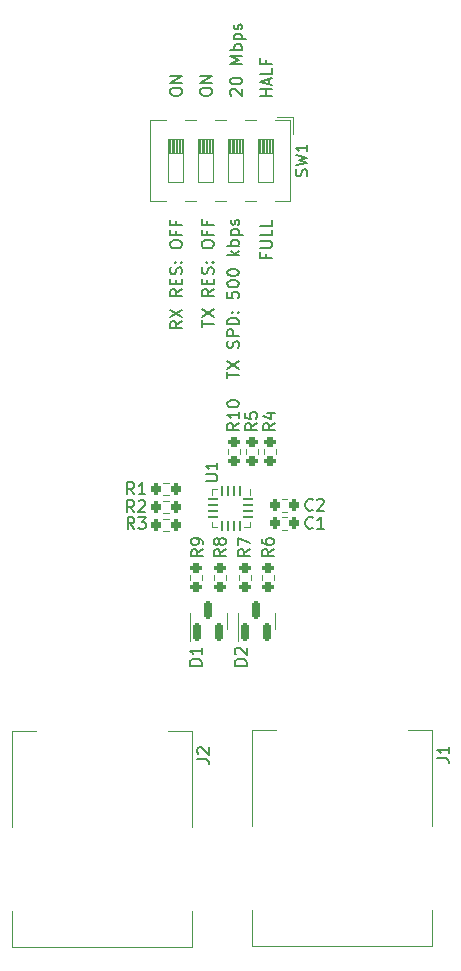
<source format=gto>
G04 #@! TF.GenerationSoftware,KiCad,Pcbnew,(6.0.8-1)-1*
G04 #@! TF.CreationDate,2023-04-13T00:42:49-04:00*
G04 #@! TF.ProjectId,featherwing_rs485,66656174-6865-4727-9769-6e675f727334,1*
G04 #@! TF.SameCoordinates,Original*
G04 #@! TF.FileFunction,Legend,Top*
G04 #@! TF.FilePolarity,Positive*
%FSLAX46Y46*%
G04 Gerber Fmt 4.6, Leading zero omitted, Abs format (unit mm)*
G04 Created by KiCad (PCBNEW (6.0.8-1)-1) date 2023-04-13 00:42:49*
%MOMM*%
%LPD*%
G01*
G04 APERTURE LIST*
G04 Aperture macros list*
%AMRoundRect*
0 Rectangle with rounded corners*
0 $1 Rounding radius*
0 $2 $3 $4 $5 $6 $7 $8 $9 X,Y pos of 4 corners*
0 Add a 4 corners polygon primitive as box body*
4,1,4,$2,$3,$4,$5,$6,$7,$8,$9,$2,$3,0*
0 Add four circle primitives for the rounded corners*
1,1,$1+$1,$2,$3*
1,1,$1+$1,$4,$5*
1,1,$1+$1,$6,$7*
1,1,$1+$1,$8,$9*
0 Add four rect primitives between the rounded corners*
20,1,$1+$1,$2,$3,$4,$5,0*
20,1,$1+$1,$4,$5,$6,$7,0*
20,1,$1+$1,$6,$7,$8,$9,0*
20,1,$1+$1,$8,$9,$2,$3,0*%
G04 Aperture macros list end*
%ADD10C,0.150000*%
%ADD11C,0.120000*%
%ADD12C,3.250000*%
%ADD13R,0.760000X6.350000*%
%ADD14R,2.540000X2.940000*%
%ADD15RoundRect,0.200000X-0.275000X0.200000X-0.275000X-0.200000X0.275000X-0.200000X0.275000X0.200000X0*%
%ADD16C,3.302000*%
%ADD17RoundRect,0.200000X0.200000X0.275000X-0.200000X0.275000X-0.200000X-0.275000X0.200000X-0.275000X0*%
%ADD18RoundRect,0.200000X-0.200000X-0.275000X0.200000X-0.275000X0.200000X0.275000X-0.200000X0.275000X0*%
%ADD19R,1.120000X2.160000*%
%ADD20RoundRect,0.062500X-0.062500X0.325000X-0.062500X-0.325000X0.062500X-0.325000X0.062500X0.325000X0*%
%ADD21RoundRect,0.062500X-0.325000X0.062500X-0.325000X-0.062500X0.325000X-0.062500X0.325000X0.062500X0*%
%ADD22R,1.800000X1.800000*%
%ADD23RoundRect,0.150000X0.150000X-0.587500X0.150000X0.587500X-0.150000X0.587500X-0.150000X-0.587500X0*%
%ADD24RoundRect,0.200000X0.275000X-0.200000X0.275000X0.200000X-0.275000X0.200000X-0.275000X-0.200000X0*%
%ADD25R,1.600000X1.600000*%
%ADD26C,1.600000*%
G04 APERTURE END LIST*
D10*
X77398571Y-75866476D02*
X77398571Y-76199809D01*
X77922380Y-76199809D02*
X76922380Y-76199809D01*
X76922380Y-75723619D01*
X76922380Y-75342666D02*
X77731904Y-75342666D01*
X77827142Y-75295047D01*
X77874761Y-75247428D01*
X77922380Y-75152190D01*
X77922380Y-74961714D01*
X77874761Y-74866476D01*
X77827142Y-74818857D01*
X77731904Y-74771238D01*
X76922380Y-74771238D01*
X77922380Y-73818857D02*
X77922380Y-74295047D01*
X76922380Y-74295047D01*
X77922380Y-73009333D02*
X77922380Y-73485523D01*
X76922380Y-73485523D01*
X74477619Y-62459809D02*
X74430000Y-62412190D01*
X74382380Y-62316952D01*
X74382380Y-62078857D01*
X74430000Y-61983619D01*
X74477619Y-61936000D01*
X74572857Y-61888380D01*
X74668095Y-61888380D01*
X74810952Y-61936000D01*
X75382380Y-62507428D01*
X75382380Y-61888380D01*
X74382380Y-61269333D02*
X74382380Y-61174095D01*
X74430000Y-61078857D01*
X74477619Y-61031238D01*
X74572857Y-60983619D01*
X74763333Y-60936000D01*
X75001428Y-60936000D01*
X75191904Y-60983619D01*
X75287142Y-61031238D01*
X75334761Y-61078857D01*
X75382380Y-61174095D01*
X75382380Y-61269333D01*
X75334761Y-61364571D01*
X75287142Y-61412190D01*
X75191904Y-61459809D01*
X75001428Y-61507428D01*
X74763333Y-61507428D01*
X74572857Y-61459809D01*
X74477619Y-61412190D01*
X74430000Y-61364571D01*
X74382380Y-61269333D01*
X75382380Y-59745523D02*
X74382380Y-59745523D01*
X75096666Y-59412190D01*
X74382380Y-59078857D01*
X75382380Y-59078857D01*
X75382380Y-58602666D02*
X74382380Y-58602666D01*
X74763333Y-58602666D02*
X74715714Y-58507428D01*
X74715714Y-58316952D01*
X74763333Y-58221714D01*
X74810952Y-58174095D01*
X74906190Y-58126476D01*
X75191904Y-58126476D01*
X75287142Y-58174095D01*
X75334761Y-58221714D01*
X75382380Y-58316952D01*
X75382380Y-58507428D01*
X75334761Y-58602666D01*
X74715714Y-57697904D02*
X75715714Y-57697904D01*
X74763333Y-57697904D02*
X74715714Y-57602666D01*
X74715714Y-57412190D01*
X74763333Y-57316952D01*
X74810952Y-57269333D01*
X74906190Y-57221714D01*
X75191904Y-57221714D01*
X75287142Y-57269333D01*
X75334761Y-57316952D01*
X75382380Y-57412190D01*
X75382380Y-57602666D01*
X75334761Y-57697904D01*
X75334761Y-56840761D02*
X75382380Y-56745523D01*
X75382380Y-56555047D01*
X75334761Y-56459809D01*
X75239523Y-56412190D01*
X75191904Y-56412190D01*
X75096666Y-56459809D01*
X75049047Y-56555047D01*
X75049047Y-56697904D01*
X75001428Y-56793142D01*
X74906190Y-56840761D01*
X74858571Y-56840761D01*
X74763333Y-56793142D01*
X74715714Y-56697904D01*
X74715714Y-56555047D01*
X74763333Y-56459809D01*
X71842380Y-62214047D02*
X71842380Y-62023571D01*
X71890000Y-61928333D01*
X71985238Y-61833095D01*
X72175714Y-61785476D01*
X72509047Y-61785476D01*
X72699523Y-61833095D01*
X72794761Y-61928333D01*
X72842380Y-62023571D01*
X72842380Y-62214047D01*
X72794761Y-62309285D01*
X72699523Y-62404523D01*
X72509047Y-62452142D01*
X72175714Y-62452142D01*
X71985238Y-62404523D01*
X71890000Y-62309285D01*
X71842380Y-62214047D01*
X72842380Y-61356904D02*
X71842380Y-61356904D01*
X72842380Y-60785476D01*
X71842380Y-60785476D01*
X74128380Y-86390904D02*
X74128380Y-85819476D01*
X75128380Y-86105190D02*
X74128380Y-86105190D01*
X74128380Y-85581380D02*
X75128380Y-84914714D01*
X74128380Y-84914714D02*
X75128380Y-85581380D01*
X75080761Y-83819476D02*
X75128380Y-83676619D01*
X75128380Y-83438523D01*
X75080761Y-83343285D01*
X75033142Y-83295666D01*
X74937904Y-83248047D01*
X74842666Y-83248047D01*
X74747428Y-83295666D01*
X74699809Y-83343285D01*
X74652190Y-83438523D01*
X74604571Y-83629000D01*
X74556952Y-83724238D01*
X74509333Y-83771857D01*
X74414095Y-83819476D01*
X74318857Y-83819476D01*
X74223619Y-83771857D01*
X74176000Y-83724238D01*
X74128380Y-83629000D01*
X74128380Y-83390904D01*
X74176000Y-83248047D01*
X75128380Y-82819476D02*
X74128380Y-82819476D01*
X74128380Y-82438523D01*
X74176000Y-82343285D01*
X74223619Y-82295666D01*
X74318857Y-82248047D01*
X74461714Y-82248047D01*
X74556952Y-82295666D01*
X74604571Y-82343285D01*
X74652190Y-82438523D01*
X74652190Y-82819476D01*
X75128380Y-81819476D02*
X74128380Y-81819476D01*
X74128380Y-81581380D01*
X74176000Y-81438523D01*
X74271238Y-81343285D01*
X74366476Y-81295666D01*
X74556952Y-81248047D01*
X74699809Y-81248047D01*
X74890285Y-81295666D01*
X74985523Y-81343285D01*
X75080761Y-81438523D01*
X75128380Y-81581380D01*
X75128380Y-81819476D01*
X75033142Y-80819476D02*
X75080761Y-80771857D01*
X75128380Y-80819476D01*
X75080761Y-80867095D01*
X75033142Y-80819476D01*
X75128380Y-80819476D01*
X74509333Y-80819476D02*
X74556952Y-80771857D01*
X74604571Y-80819476D01*
X74556952Y-80867095D01*
X74509333Y-80819476D01*
X74604571Y-80819476D01*
X74128380Y-79105190D02*
X74128380Y-79581380D01*
X74604571Y-79629000D01*
X74556952Y-79581380D01*
X74509333Y-79486142D01*
X74509333Y-79248047D01*
X74556952Y-79152809D01*
X74604571Y-79105190D01*
X74699809Y-79057571D01*
X74937904Y-79057571D01*
X75033142Y-79105190D01*
X75080761Y-79152809D01*
X75128380Y-79248047D01*
X75128380Y-79486142D01*
X75080761Y-79581380D01*
X75033142Y-79629000D01*
X74128380Y-78438523D02*
X74128380Y-78343285D01*
X74176000Y-78248047D01*
X74223619Y-78200428D01*
X74318857Y-78152809D01*
X74509333Y-78105190D01*
X74747428Y-78105190D01*
X74937904Y-78152809D01*
X75033142Y-78200428D01*
X75080761Y-78248047D01*
X75128380Y-78343285D01*
X75128380Y-78438523D01*
X75080761Y-78533761D01*
X75033142Y-78581380D01*
X74937904Y-78629000D01*
X74747428Y-78676619D01*
X74509333Y-78676619D01*
X74318857Y-78629000D01*
X74223619Y-78581380D01*
X74176000Y-78533761D01*
X74128380Y-78438523D01*
X74128380Y-77486142D02*
X74128380Y-77390904D01*
X74176000Y-77295666D01*
X74223619Y-77248047D01*
X74318857Y-77200428D01*
X74509333Y-77152809D01*
X74747428Y-77152809D01*
X74937904Y-77200428D01*
X75033142Y-77248047D01*
X75080761Y-77295666D01*
X75128380Y-77390904D01*
X75128380Y-77486142D01*
X75080761Y-77581380D01*
X75033142Y-77629000D01*
X74937904Y-77676619D01*
X74747428Y-77724238D01*
X74509333Y-77724238D01*
X74318857Y-77676619D01*
X74223619Y-77629000D01*
X74176000Y-77581380D01*
X74128380Y-77486142D01*
X75128380Y-75962333D02*
X74128380Y-75962333D01*
X74747428Y-75867095D02*
X75128380Y-75581380D01*
X74461714Y-75581380D02*
X74842666Y-75962333D01*
X75128380Y-75152809D02*
X74128380Y-75152809D01*
X74509333Y-75152809D02*
X74461714Y-75057571D01*
X74461714Y-74867095D01*
X74509333Y-74771857D01*
X74556952Y-74724238D01*
X74652190Y-74676619D01*
X74937904Y-74676619D01*
X75033142Y-74724238D01*
X75080761Y-74771857D01*
X75128380Y-74867095D01*
X75128380Y-75057571D01*
X75080761Y-75152809D01*
X74461714Y-74248047D02*
X75461714Y-74248047D01*
X74509333Y-74248047D02*
X74461714Y-74152809D01*
X74461714Y-73962333D01*
X74509333Y-73867095D01*
X74556952Y-73819476D01*
X74652190Y-73771857D01*
X74937904Y-73771857D01*
X75033142Y-73819476D01*
X75080761Y-73867095D01*
X75128380Y-73962333D01*
X75128380Y-74152809D01*
X75080761Y-74248047D01*
X75080761Y-73390904D02*
X75128380Y-73295666D01*
X75128380Y-73105190D01*
X75080761Y-73009952D01*
X74985523Y-72962333D01*
X74937904Y-72962333D01*
X74842666Y-73009952D01*
X74795047Y-73105190D01*
X74795047Y-73248047D01*
X74747428Y-73343285D01*
X74652190Y-73390904D01*
X74604571Y-73390904D01*
X74509333Y-73343285D01*
X74461714Y-73248047D01*
X74461714Y-73105190D01*
X74509333Y-73009952D01*
X70302380Y-81573190D02*
X69826190Y-81906523D01*
X70302380Y-82144619D02*
X69302380Y-82144619D01*
X69302380Y-81763666D01*
X69350000Y-81668428D01*
X69397619Y-81620809D01*
X69492857Y-81573190D01*
X69635714Y-81573190D01*
X69730952Y-81620809D01*
X69778571Y-81668428D01*
X69826190Y-81763666D01*
X69826190Y-82144619D01*
X69302380Y-81239857D02*
X70302380Y-80573190D01*
X69302380Y-80573190D02*
X70302380Y-81239857D01*
X70302380Y-78858904D02*
X69826190Y-79192238D01*
X70302380Y-79430333D02*
X69302380Y-79430333D01*
X69302380Y-79049380D01*
X69350000Y-78954142D01*
X69397619Y-78906523D01*
X69492857Y-78858904D01*
X69635714Y-78858904D01*
X69730952Y-78906523D01*
X69778571Y-78954142D01*
X69826190Y-79049380D01*
X69826190Y-79430333D01*
X69778571Y-78430333D02*
X69778571Y-78097000D01*
X70302380Y-77954142D02*
X70302380Y-78430333D01*
X69302380Y-78430333D01*
X69302380Y-77954142D01*
X70254761Y-77573190D02*
X70302380Y-77430333D01*
X70302380Y-77192238D01*
X70254761Y-77097000D01*
X70207142Y-77049380D01*
X70111904Y-77001761D01*
X70016666Y-77001761D01*
X69921428Y-77049380D01*
X69873809Y-77097000D01*
X69826190Y-77192238D01*
X69778571Y-77382714D01*
X69730952Y-77477952D01*
X69683333Y-77525571D01*
X69588095Y-77573190D01*
X69492857Y-77573190D01*
X69397619Y-77525571D01*
X69350000Y-77477952D01*
X69302380Y-77382714D01*
X69302380Y-77144619D01*
X69350000Y-77001761D01*
X70207142Y-76573190D02*
X70254761Y-76525571D01*
X70302380Y-76573190D01*
X70254761Y-76620809D01*
X70207142Y-76573190D01*
X70302380Y-76573190D01*
X69683333Y-76573190D02*
X69730952Y-76525571D01*
X69778571Y-76573190D01*
X69730952Y-76620809D01*
X69683333Y-76573190D01*
X69778571Y-76573190D01*
X69302380Y-75144619D02*
X69302380Y-74954142D01*
X69350000Y-74858904D01*
X69445238Y-74763666D01*
X69635714Y-74716047D01*
X69969047Y-74716047D01*
X70159523Y-74763666D01*
X70254761Y-74858904D01*
X70302380Y-74954142D01*
X70302380Y-75144619D01*
X70254761Y-75239857D01*
X70159523Y-75335095D01*
X69969047Y-75382714D01*
X69635714Y-75382714D01*
X69445238Y-75335095D01*
X69350000Y-75239857D01*
X69302380Y-75144619D01*
X69778571Y-73954142D02*
X69778571Y-74287476D01*
X70302380Y-74287476D02*
X69302380Y-74287476D01*
X69302380Y-73811285D01*
X69778571Y-73097000D02*
X69778571Y-73430333D01*
X70302380Y-73430333D02*
X69302380Y-73430333D01*
X69302380Y-72954142D01*
X71969380Y-82041428D02*
X71969380Y-81470000D01*
X72969380Y-81755714D02*
X71969380Y-81755714D01*
X71969380Y-81231904D02*
X72969380Y-80565238D01*
X71969380Y-80565238D02*
X72969380Y-81231904D01*
X72969380Y-78850952D02*
X72493190Y-79184285D01*
X72969380Y-79422380D02*
X71969380Y-79422380D01*
X71969380Y-79041428D01*
X72017000Y-78946190D01*
X72064619Y-78898571D01*
X72159857Y-78850952D01*
X72302714Y-78850952D01*
X72397952Y-78898571D01*
X72445571Y-78946190D01*
X72493190Y-79041428D01*
X72493190Y-79422380D01*
X72445571Y-78422380D02*
X72445571Y-78089047D01*
X72969380Y-77946190D02*
X72969380Y-78422380D01*
X71969380Y-78422380D01*
X71969380Y-77946190D01*
X72921761Y-77565238D02*
X72969380Y-77422380D01*
X72969380Y-77184285D01*
X72921761Y-77089047D01*
X72874142Y-77041428D01*
X72778904Y-76993809D01*
X72683666Y-76993809D01*
X72588428Y-77041428D01*
X72540809Y-77089047D01*
X72493190Y-77184285D01*
X72445571Y-77374761D01*
X72397952Y-77470000D01*
X72350333Y-77517619D01*
X72255095Y-77565238D01*
X72159857Y-77565238D01*
X72064619Y-77517619D01*
X72017000Y-77470000D01*
X71969380Y-77374761D01*
X71969380Y-77136666D01*
X72017000Y-76993809D01*
X72874142Y-76565238D02*
X72921761Y-76517619D01*
X72969380Y-76565238D01*
X72921761Y-76612857D01*
X72874142Y-76565238D01*
X72969380Y-76565238D01*
X72350333Y-76565238D02*
X72397952Y-76517619D01*
X72445571Y-76565238D01*
X72397952Y-76612857D01*
X72350333Y-76565238D01*
X72445571Y-76565238D01*
X71969380Y-75136666D02*
X71969380Y-74946190D01*
X72017000Y-74850952D01*
X72112238Y-74755714D01*
X72302714Y-74708095D01*
X72636047Y-74708095D01*
X72826523Y-74755714D01*
X72921761Y-74850952D01*
X72969380Y-74946190D01*
X72969380Y-75136666D01*
X72921761Y-75231904D01*
X72826523Y-75327142D01*
X72636047Y-75374761D01*
X72302714Y-75374761D01*
X72112238Y-75327142D01*
X72017000Y-75231904D01*
X71969380Y-75136666D01*
X72445571Y-73946190D02*
X72445571Y-74279523D01*
X72969380Y-74279523D02*
X71969380Y-74279523D01*
X71969380Y-73803333D01*
X72445571Y-73089047D02*
X72445571Y-73422380D01*
X72969380Y-73422380D02*
X71969380Y-73422380D01*
X71969380Y-72946190D01*
X69302380Y-62214047D02*
X69302380Y-62023571D01*
X69350000Y-61928333D01*
X69445238Y-61833095D01*
X69635714Y-61785476D01*
X69969047Y-61785476D01*
X70159523Y-61833095D01*
X70254761Y-61928333D01*
X70302380Y-62023571D01*
X70302380Y-62214047D01*
X70254761Y-62309285D01*
X70159523Y-62404523D01*
X69969047Y-62452142D01*
X69635714Y-62452142D01*
X69445238Y-62404523D01*
X69350000Y-62309285D01*
X69302380Y-62214047D01*
X70302380Y-61356904D02*
X69302380Y-61356904D01*
X70302380Y-60785476D01*
X69302380Y-60785476D01*
X77922380Y-62507619D02*
X76922380Y-62507619D01*
X77398571Y-62507619D02*
X77398571Y-61936190D01*
X77922380Y-61936190D02*
X76922380Y-61936190D01*
X77636666Y-61507619D02*
X77636666Y-61031428D01*
X77922380Y-61602857D02*
X76922380Y-61269523D01*
X77922380Y-60936190D01*
X77922380Y-60126666D02*
X77922380Y-60602857D01*
X76922380Y-60602857D01*
X77398571Y-59460000D02*
X77398571Y-59793333D01*
X77922380Y-59793333D02*
X76922380Y-59793333D01*
X76922380Y-59317142D01*
X91908380Y-118570333D02*
X92622666Y-118570333D01*
X92765523Y-118617952D01*
X92860761Y-118713190D01*
X92908380Y-118856047D01*
X92908380Y-118951285D01*
X92908380Y-117570333D02*
X92908380Y-118141761D01*
X92908380Y-117856047D02*
X91908380Y-117856047D01*
X92051238Y-117951285D01*
X92146476Y-118046523D01*
X92194095Y-118141761D01*
X78049380Y-100877666D02*
X77573190Y-101211000D01*
X78049380Y-101449095D02*
X77049380Y-101449095D01*
X77049380Y-101068142D01*
X77097000Y-100972904D01*
X77144619Y-100925285D01*
X77239857Y-100877666D01*
X77382714Y-100877666D01*
X77477952Y-100925285D01*
X77525571Y-100972904D01*
X77573190Y-101068142D01*
X77573190Y-101449095D01*
X77049380Y-100020523D02*
X77049380Y-100211000D01*
X77097000Y-100306238D01*
X77144619Y-100353857D01*
X77287476Y-100449095D01*
X77477952Y-100496714D01*
X77858904Y-100496714D01*
X77954142Y-100449095D01*
X78001761Y-100401476D01*
X78049380Y-100306238D01*
X78049380Y-100115761D01*
X78001761Y-100020523D01*
X77954142Y-99972904D01*
X77858904Y-99925285D01*
X77620809Y-99925285D01*
X77525571Y-99972904D01*
X77477952Y-100020523D01*
X77430333Y-100115761D01*
X77430333Y-100306238D01*
X77477952Y-100401476D01*
X77525571Y-100449095D01*
X77620809Y-100496714D01*
X75128380Y-90177857D02*
X74652190Y-90511190D01*
X75128380Y-90749285D02*
X74128380Y-90749285D01*
X74128380Y-90368333D01*
X74176000Y-90273095D01*
X74223619Y-90225476D01*
X74318857Y-90177857D01*
X74461714Y-90177857D01*
X74556952Y-90225476D01*
X74604571Y-90273095D01*
X74652190Y-90368333D01*
X74652190Y-90749285D01*
X75128380Y-89225476D02*
X75128380Y-89796904D01*
X75128380Y-89511190D02*
X74128380Y-89511190D01*
X74271238Y-89606428D01*
X74366476Y-89701666D01*
X74414095Y-89796904D01*
X74128380Y-88606428D02*
X74128380Y-88511190D01*
X74176000Y-88415952D01*
X74223619Y-88368333D01*
X74318857Y-88320714D01*
X74509333Y-88273095D01*
X74747428Y-88273095D01*
X74937904Y-88320714D01*
X75033142Y-88368333D01*
X75080761Y-88415952D01*
X75128380Y-88511190D01*
X75128380Y-88606428D01*
X75080761Y-88701666D01*
X75033142Y-88749285D01*
X74937904Y-88796904D01*
X74747428Y-88844523D01*
X74509333Y-88844523D01*
X74318857Y-88796904D01*
X74223619Y-88749285D01*
X74176000Y-88701666D01*
X74128380Y-88606428D01*
X66254333Y-97729380D02*
X65921000Y-97253190D01*
X65682904Y-97729380D02*
X65682904Y-96729380D01*
X66063857Y-96729380D01*
X66159095Y-96777000D01*
X66206714Y-96824619D01*
X66254333Y-96919857D01*
X66254333Y-97062714D01*
X66206714Y-97157952D01*
X66159095Y-97205571D01*
X66063857Y-97253190D01*
X65682904Y-97253190D01*
X66635285Y-96824619D02*
X66682904Y-96777000D01*
X66778142Y-96729380D01*
X67016238Y-96729380D01*
X67111476Y-96777000D01*
X67159095Y-96824619D01*
X67206714Y-96919857D01*
X67206714Y-97015095D01*
X67159095Y-97157952D01*
X66587666Y-97729380D01*
X67206714Y-97729380D01*
X72080380Y-100882666D02*
X71604190Y-101216000D01*
X72080380Y-101454095D02*
X71080380Y-101454095D01*
X71080380Y-101073142D01*
X71128000Y-100977904D01*
X71175619Y-100930285D01*
X71270857Y-100882666D01*
X71413714Y-100882666D01*
X71508952Y-100930285D01*
X71556571Y-100977904D01*
X71604190Y-101073142D01*
X71604190Y-101454095D01*
X72080380Y-100406476D02*
X72080380Y-100216000D01*
X72032761Y-100120761D01*
X71985142Y-100073142D01*
X71842285Y-99977904D01*
X71651809Y-99930285D01*
X71270857Y-99930285D01*
X71175619Y-99977904D01*
X71128000Y-100025523D01*
X71080380Y-100120761D01*
X71080380Y-100311238D01*
X71128000Y-100406476D01*
X71175619Y-100454095D01*
X71270857Y-100501714D01*
X71508952Y-100501714D01*
X71604190Y-100454095D01*
X71651809Y-100406476D01*
X71699428Y-100311238D01*
X71699428Y-100120761D01*
X71651809Y-100025523D01*
X71604190Y-99977904D01*
X71508952Y-99930285D01*
X76652380Y-90209666D02*
X76176190Y-90543000D01*
X76652380Y-90781095D02*
X75652380Y-90781095D01*
X75652380Y-90400142D01*
X75700000Y-90304904D01*
X75747619Y-90257285D01*
X75842857Y-90209666D01*
X75985714Y-90209666D01*
X76080952Y-90257285D01*
X76128571Y-90304904D01*
X76176190Y-90400142D01*
X76176190Y-90781095D01*
X75652380Y-89304904D02*
X75652380Y-89781095D01*
X76128571Y-89828714D01*
X76080952Y-89781095D01*
X76033333Y-89685857D01*
X76033333Y-89447761D01*
X76080952Y-89352523D01*
X76128571Y-89304904D01*
X76223809Y-89257285D01*
X76461904Y-89257285D01*
X76557142Y-89304904D01*
X76604761Y-89352523D01*
X76652380Y-89447761D01*
X76652380Y-89685857D01*
X76604761Y-89781095D01*
X76557142Y-89828714D01*
X73985380Y-100882666D02*
X73509190Y-101216000D01*
X73985380Y-101454095D02*
X72985380Y-101454095D01*
X72985380Y-101073142D01*
X73033000Y-100977904D01*
X73080619Y-100930285D01*
X73175857Y-100882666D01*
X73318714Y-100882666D01*
X73413952Y-100930285D01*
X73461571Y-100977904D01*
X73509190Y-101073142D01*
X73509190Y-101454095D01*
X73413952Y-100311238D02*
X73366333Y-100406476D01*
X73318714Y-100454095D01*
X73223476Y-100501714D01*
X73175857Y-100501714D01*
X73080619Y-100454095D01*
X73033000Y-100406476D01*
X72985380Y-100311238D01*
X72985380Y-100120761D01*
X73033000Y-100025523D01*
X73080619Y-99977904D01*
X73175857Y-99930285D01*
X73223476Y-99930285D01*
X73318714Y-99977904D01*
X73366333Y-100025523D01*
X73413952Y-100120761D01*
X73413952Y-100311238D01*
X73461571Y-100406476D01*
X73509190Y-100454095D01*
X73604428Y-100501714D01*
X73794904Y-100501714D01*
X73890142Y-100454095D01*
X73937761Y-100406476D01*
X73985380Y-100311238D01*
X73985380Y-100120761D01*
X73937761Y-100025523D01*
X73890142Y-99977904D01*
X73794904Y-99930285D01*
X73604428Y-99930285D01*
X73509190Y-99977904D01*
X73461571Y-100025523D01*
X73413952Y-100120761D01*
X76017380Y-100877666D02*
X75541190Y-101211000D01*
X76017380Y-101449095D02*
X75017380Y-101449095D01*
X75017380Y-101068142D01*
X75065000Y-100972904D01*
X75112619Y-100925285D01*
X75207857Y-100877666D01*
X75350714Y-100877666D01*
X75445952Y-100925285D01*
X75493571Y-100972904D01*
X75541190Y-101068142D01*
X75541190Y-101449095D01*
X75017380Y-100544333D02*
X75017380Y-99877666D01*
X76017380Y-100306238D01*
X81367333Y-97512142D02*
X81319714Y-97559761D01*
X81176857Y-97607380D01*
X81081619Y-97607380D01*
X80938761Y-97559761D01*
X80843523Y-97464523D01*
X80795904Y-97369285D01*
X80748285Y-97178809D01*
X80748285Y-97035952D01*
X80795904Y-96845476D01*
X80843523Y-96750238D01*
X80938761Y-96655000D01*
X81081619Y-96607380D01*
X81176857Y-96607380D01*
X81319714Y-96655000D01*
X81367333Y-96702619D01*
X81748285Y-96702619D02*
X81795904Y-96655000D01*
X81891142Y-96607380D01*
X82129238Y-96607380D01*
X82224476Y-96655000D01*
X82272095Y-96702619D01*
X82319714Y-96797857D01*
X82319714Y-96893095D01*
X82272095Y-97035952D01*
X81700666Y-97607380D01*
X82319714Y-97607380D01*
X66254333Y-96205380D02*
X65921000Y-95729190D01*
X65682904Y-96205380D02*
X65682904Y-95205380D01*
X66063857Y-95205380D01*
X66159095Y-95253000D01*
X66206714Y-95300619D01*
X66254333Y-95395857D01*
X66254333Y-95538714D01*
X66206714Y-95633952D01*
X66159095Y-95681571D01*
X66063857Y-95729190D01*
X65682904Y-95729190D01*
X67206714Y-96205380D02*
X66635285Y-96205380D01*
X66921000Y-96205380D02*
X66921000Y-95205380D01*
X66825761Y-95348238D01*
X66730523Y-95443476D01*
X66635285Y-95491095D01*
X80877261Y-69278333D02*
X80924880Y-69135476D01*
X80924880Y-68897380D01*
X80877261Y-68802142D01*
X80829642Y-68754523D01*
X80734404Y-68706904D01*
X80639166Y-68706904D01*
X80543928Y-68754523D01*
X80496309Y-68802142D01*
X80448690Y-68897380D01*
X80401071Y-69087857D01*
X80353452Y-69183095D01*
X80305833Y-69230714D01*
X80210595Y-69278333D01*
X80115357Y-69278333D01*
X80020119Y-69230714D01*
X79972500Y-69183095D01*
X79924880Y-69087857D01*
X79924880Y-68849761D01*
X79972500Y-68706904D01*
X79924880Y-68373571D02*
X80924880Y-68135476D01*
X80210595Y-67945000D01*
X80924880Y-67754523D01*
X79924880Y-67516428D01*
X80924880Y-66611666D02*
X80924880Y-67183095D01*
X80924880Y-66897380D02*
X79924880Y-66897380D01*
X80067738Y-66992619D01*
X80162976Y-67087857D01*
X80210595Y-67183095D01*
X72299580Y-95097504D02*
X73109104Y-95097504D01*
X73204342Y-95049885D01*
X73251961Y-95002266D01*
X73299580Y-94907028D01*
X73299580Y-94716552D01*
X73251961Y-94621314D01*
X73204342Y-94573695D01*
X73109104Y-94526076D01*
X72299580Y-94526076D01*
X73299580Y-93526076D02*
X73299580Y-94097504D01*
X73299580Y-93811790D02*
X72299580Y-93811790D01*
X72442438Y-93907028D01*
X72537676Y-94002266D01*
X72585295Y-94097504D01*
X75763380Y-110720095D02*
X74763380Y-110720095D01*
X74763380Y-110482000D01*
X74811000Y-110339142D01*
X74906238Y-110243904D01*
X75001476Y-110196285D01*
X75191952Y-110148666D01*
X75334809Y-110148666D01*
X75525285Y-110196285D01*
X75620523Y-110243904D01*
X75715761Y-110339142D01*
X75763380Y-110482000D01*
X75763380Y-110720095D01*
X74858619Y-109767714D02*
X74811000Y-109720095D01*
X74763380Y-109624857D01*
X74763380Y-109386761D01*
X74811000Y-109291523D01*
X74858619Y-109243904D01*
X74953857Y-109196285D01*
X75049095Y-109196285D01*
X75191952Y-109243904D01*
X75763380Y-109815333D01*
X75763380Y-109196285D01*
X78176380Y-90209666D02*
X77700190Y-90543000D01*
X78176380Y-90781095D02*
X77176380Y-90781095D01*
X77176380Y-90400142D01*
X77224000Y-90304904D01*
X77271619Y-90257285D01*
X77366857Y-90209666D01*
X77509714Y-90209666D01*
X77604952Y-90257285D01*
X77652571Y-90304904D01*
X77700190Y-90400142D01*
X77700190Y-90781095D01*
X77509714Y-89352523D02*
X78176380Y-89352523D01*
X77128761Y-89590619D02*
X77843047Y-89828714D01*
X77843047Y-89209666D01*
X66264333Y-99151380D02*
X65931000Y-98675190D01*
X65692904Y-99151380D02*
X65692904Y-98151380D01*
X66073857Y-98151380D01*
X66169095Y-98199000D01*
X66216714Y-98246619D01*
X66264333Y-98341857D01*
X66264333Y-98484714D01*
X66216714Y-98579952D01*
X66169095Y-98627571D01*
X66073857Y-98675190D01*
X65692904Y-98675190D01*
X66597666Y-98151380D02*
X67216714Y-98151380D01*
X66883380Y-98532333D01*
X67026238Y-98532333D01*
X67121476Y-98579952D01*
X67169095Y-98627571D01*
X67216714Y-98722809D01*
X67216714Y-98960904D01*
X67169095Y-99056142D01*
X67121476Y-99103761D01*
X67026238Y-99151380D01*
X66740523Y-99151380D01*
X66645285Y-99103761D01*
X66597666Y-99056142D01*
X71588380Y-118636333D02*
X72302666Y-118636333D01*
X72445523Y-118683952D01*
X72540761Y-118779190D01*
X72588380Y-118922047D01*
X72588380Y-119017285D01*
X71683619Y-118207761D02*
X71636000Y-118160142D01*
X71588380Y-118064904D01*
X71588380Y-117826809D01*
X71636000Y-117731571D01*
X71683619Y-117683952D01*
X71778857Y-117636333D01*
X71874095Y-117636333D01*
X72016952Y-117683952D01*
X72588380Y-118255380D01*
X72588380Y-117636333D01*
X71953380Y-110720095D02*
X70953380Y-110720095D01*
X70953380Y-110482000D01*
X71001000Y-110339142D01*
X71096238Y-110243904D01*
X71191476Y-110196285D01*
X71381952Y-110148666D01*
X71524809Y-110148666D01*
X71715285Y-110196285D01*
X71810523Y-110243904D01*
X71905761Y-110339142D01*
X71953380Y-110482000D01*
X71953380Y-110720095D01*
X71953380Y-109196285D02*
X71953380Y-109767714D01*
X71953380Y-109482000D02*
X70953380Y-109482000D01*
X71096238Y-109577238D01*
X71191476Y-109672476D01*
X71239095Y-109767714D01*
X81367333Y-99036142D02*
X81319714Y-99083761D01*
X81176857Y-99131380D01*
X81081619Y-99131380D01*
X80938761Y-99083761D01*
X80843523Y-98988523D01*
X80795904Y-98893285D01*
X80748285Y-98702809D01*
X80748285Y-98559952D01*
X80795904Y-98369476D01*
X80843523Y-98274238D01*
X80938761Y-98179000D01*
X81081619Y-98131380D01*
X81176857Y-98131380D01*
X81319714Y-98179000D01*
X81367333Y-98226619D01*
X82319714Y-99131380D02*
X81748285Y-99131380D01*
X82034000Y-99131380D02*
X82034000Y-98131380D01*
X81938761Y-98274238D01*
X81843523Y-98369476D01*
X81748285Y-98417095D01*
D11*
X76200000Y-116205000D02*
X76200000Y-124333000D01*
X78232000Y-116205000D02*
X76200000Y-116205000D01*
X91440000Y-124333000D02*
X91440000Y-116205000D01*
X76200000Y-134493000D02*
X91440000Y-134493000D01*
X91440000Y-134493000D02*
X91440000Y-131445000D01*
X76200000Y-134493000D02*
X76200000Y-131445000D01*
X91440000Y-116205000D02*
X89408000Y-116205000D01*
X77074500Y-103008742D02*
X77074500Y-103483258D01*
X78119500Y-103008742D02*
X78119500Y-103483258D01*
X75198500Y-92340742D02*
X75198500Y-92815258D01*
X74153500Y-92340742D02*
X74153500Y-92815258D01*
X69198258Y-96754500D02*
X68723742Y-96754500D01*
X69198258Y-97799500D02*
X68723742Y-97799500D01*
X72023500Y-103013742D02*
X72023500Y-103488258D01*
X70978500Y-103013742D02*
X70978500Y-103488258D01*
X76722500Y-92345742D02*
X76722500Y-92820258D01*
X75677500Y-92345742D02*
X75677500Y-92820258D01*
X73010500Y-103013742D02*
X73010500Y-103488258D01*
X74055500Y-103013742D02*
X74055500Y-103488258D01*
X75088500Y-103008742D02*
X75088500Y-103483258D01*
X76133500Y-103008742D02*
X76133500Y-103483258D01*
X78756742Y-96632500D02*
X79231258Y-96632500D01*
X78756742Y-97677500D02*
X79231258Y-97677500D01*
X69198258Y-95230500D02*
X68723742Y-95230500D01*
X69198258Y-96275500D02*
X68723742Y-96275500D01*
X76727500Y-66135000D02*
X76727500Y-69755000D01*
X74617500Y-66135000D02*
X74617500Y-67341667D01*
X79472500Y-64535000D02*
X78162500Y-64535000D01*
X69107500Y-69755000D02*
X70377500Y-69755000D01*
X77517500Y-66135000D02*
X77517500Y-67341667D01*
X69777500Y-66135000D02*
X69777500Y-67341667D01*
X77277500Y-66135000D02*
X77277500Y-67341667D01*
X70137500Y-66135000D02*
X70137500Y-67341667D01*
X71482500Y-71355000D02*
X70542500Y-71355000D01*
X74022500Y-71355000D02*
X73082500Y-71355000D01*
X75217500Y-66135000D02*
X75217500Y-67341667D01*
X69537500Y-66135000D02*
X69537500Y-67341667D01*
X74857500Y-66135000D02*
X74857500Y-67341667D01*
X74187500Y-69755000D02*
X75457500Y-69755000D01*
X74257500Y-66135000D02*
X74257500Y-67341667D01*
X74977500Y-66135000D02*
X74977500Y-67341667D01*
X77877500Y-66135000D02*
X77877500Y-67341667D01*
X72917500Y-67341667D02*
X71647500Y-67341667D01*
X69897500Y-66135000D02*
X69897500Y-67341667D01*
X69417500Y-66135000D02*
X69417500Y-67341667D01*
X75457500Y-69755000D02*
X75457500Y-66135000D01*
X71837500Y-66135000D02*
X71837500Y-67341667D01*
X77397500Y-66135000D02*
X77397500Y-67341667D01*
X71482500Y-64535000D02*
X70542500Y-64535000D01*
X77997500Y-66135000D02*
X76727500Y-66135000D01*
X74497500Y-66135000D02*
X74497500Y-67341667D01*
X68942500Y-71355000D02*
X67632500Y-71355000D01*
X71717500Y-66135000D02*
X71717500Y-67341667D01*
X72917500Y-69755000D02*
X72917500Y-66135000D01*
X72197500Y-66135000D02*
X72197500Y-67341667D01*
X72077500Y-66135000D02*
X72077500Y-67341667D01*
X69297500Y-66135000D02*
X69297500Y-67341667D01*
X72317500Y-66135000D02*
X72317500Y-67341667D01*
X71647500Y-66135000D02*
X71647500Y-69755000D01*
X71957500Y-66135000D02*
X71957500Y-67341667D01*
X72557500Y-66135000D02*
X72557500Y-67341667D01*
X74377500Y-66135000D02*
X74377500Y-67341667D01*
X75097500Y-66135000D02*
X75097500Y-67341667D01*
X75457500Y-67341667D02*
X74187500Y-67341667D01*
X70017500Y-66135000D02*
X70017500Y-67341667D01*
X79472500Y-64535000D02*
X79472500Y-71355000D01*
X79472500Y-71355000D02*
X78162500Y-71355000D01*
X71647500Y-69755000D02*
X72917500Y-69755000D01*
X75457500Y-66135000D02*
X74187500Y-66135000D01*
X74737500Y-66135000D02*
X74737500Y-67341667D01*
X77997500Y-69755000D02*
X77997500Y-66135000D01*
X74022500Y-64535000D02*
X73082500Y-64535000D01*
X76917500Y-66135000D02*
X76917500Y-67341667D01*
X69107500Y-66135000D02*
X69107500Y-69755000D01*
X70377500Y-69755000D02*
X70377500Y-66135000D01*
X76562500Y-64535000D02*
X75622500Y-64535000D01*
X77757500Y-66135000D02*
X77757500Y-67341667D01*
X79712500Y-64295000D02*
X79712500Y-65678000D01*
X72917500Y-66135000D02*
X71647500Y-66135000D01*
X76727500Y-69755000D02*
X77997500Y-69755000D01*
X72437500Y-66135000D02*
X72437500Y-67341667D01*
X75337500Y-66135000D02*
X75337500Y-67341667D01*
X72677500Y-66135000D02*
X72677500Y-67341667D01*
X68942500Y-64535000D02*
X67632500Y-64535000D01*
X77637500Y-66135000D02*
X77637500Y-67341667D01*
X77997500Y-67341667D02*
X76727500Y-67341667D01*
X69177500Y-66135000D02*
X69177500Y-67341667D01*
X79712500Y-64295000D02*
X78329500Y-64295000D01*
X77037500Y-66135000D02*
X77037500Y-67341667D01*
X70377500Y-66135000D02*
X69107500Y-66135000D01*
X67632500Y-64535000D02*
X67632500Y-71355000D01*
X72797500Y-66135000D02*
X72797500Y-67341667D01*
X69657500Y-66135000D02*
X69657500Y-67341667D01*
X76562500Y-71355000D02*
X75622500Y-71355000D01*
X70257500Y-66135000D02*
X70257500Y-67341667D01*
X74187500Y-66135000D02*
X74187500Y-69755000D01*
X76797500Y-66135000D02*
X76797500Y-67341667D01*
X77157500Y-66135000D02*
X77157500Y-67341667D01*
X70377500Y-67341667D02*
X69107500Y-67341667D01*
X72812000Y-99014000D02*
X73287000Y-99014000D01*
X72812000Y-98539000D02*
X72812000Y-99014000D01*
X76032000Y-98539000D02*
X76032000Y-99014000D01*
X72812000Y-96269000D02*
X72812000Y-95794000D01*
X76032000Y-96269000D02*
X76032000Y-95794000D01*
X72812000Y-95794000D02*
X73287000Y-95794000D01*
X76032000Y-99014000D02*
X75557000Y-99014000D01*
X75021000Y-106934000D02*
X75021000Y-106284000D01*
X75021000Y-106934000D02*
X75021000Y-108609000D01*
X78141000Y-106934000D02*
X78141000Y-107584000D01*
X78141000Y-106934000D02*
X78141000Y-106284000D01*
X78246500Y-92820258D02*
X78246500Y-92345742D01*
X77201500Y-92820258D02*
X77201500Y-92345742D01*
X69198258Y-98278500D02*
X68723742Y-98278500D01*
X69198258Y-99323500D02*
X68723742Y-99323500D01*
X55880000Y-134559000D02*
X71120000Y-134559000D01*
X71120000Y-116271000D02*
X69088000Y-116271000D01*
X55880000Y-116271000D02*
X55880000Y-124399000D01*
X57912000Y-116271000D02*
X55880000Y-116271000D01*
X55880000Y-134559000D02*
X55880000Y-131511000D01*
X71120000Y-124399000D02*
X71120000Y-116271000D01*
X71120000Y-134559000D02*
X71120000Y-131511000D01*
X74077000Y-106934000D02*
X74077000Y-107584000D01*
X74077000Y-106934000D02*
X74077000Y-106284000D01*
X70957000Y-106934000D02*
X70957000Y-108609000D01*
X70957000Y-106934000D02*
X70957000Y-106284000D01*
X78756742Y-99201500D02*
X79231258Y-99201500D01*
X78756742Y-98156500D02*
X79231258Y-98156500D01*
%LPC*%
D12*
X89535000Y-126365000D03*
X78105000Y-126365000D03*
D13*
X79375000Y-116140000D03*
X80645000Y-116140000D03*
X81915000Y-116140000D03*
X83185000Y-116140000D03*
X84455000Y-116140000D03*
X85725000Y-116140000D03*
X86995000Y-116140000D03*
X88265000Y-116140000D03*
D14*
X92285000Y-129415000D03*
X75355000Y-129415000D03*
D15*
X77597000Y-102421000D03*
X77597000Y-104071000D03*
D16*
X82550000Y-57150000D03*
X82550000Y-102870000D03*
D15*
X74676000Y-91753000D03*
X74676000Y-93403000D03*
D16*
X53340000Y-109220000D03*
D17*
X69786000Y-97277000D03*
X68136000Y-97277000D03*
D16*
X64770000Y-57150000D03*
X53340000Y-123190000D03*
D15*
X71501000Y-102426000D03*
X71501000Y-104076000D03*
X76200000Y-91758000D03*
X76200000Y-93408000D03*
X73533000Y-102426000D03*
X73533000Y-104076000D03*
X75611000Y-102421000D03*
X75611000Y-104071000D03*
D18*
X78169000Y-97155000D03*
X79819000Y-97155000D03*
D17*
X69786000Y-95753000D03*
X68136000Y-95753000D03*
D19*
X77362500Y-64580000D03*
X74822500Y-64580000D03*
X72282500Y-64580000D03*
X69742500Y-64580000D03*
X69742500Y-71310000D03*
X72282500Y-71310000D03*
X74822500Y-71310000D03*
X77362500Y-71310000D03*
D20*
X75172000Y-95916500D03*
X74672000Y-95916500D03*
X74172000Y-95916500D03*
X73672000Y-95916500D03*
D21*
X72934500Y-96654000D03*
X72934500Y-97154000D03*
X72934500Y-97654000D03*
X72934500Y-98154000D03*
D20*
X73672000Y-98891500D03*
X74172000Y-98891500D03*
X74672000Y-98891500D03*
X75172000Y-98891500D03*
D21*
X75909500Y-98154000D03*
X75909500Y-97654000D03*
X75909500Y-97154000D03*
X75909500Y-96654000D03*
D22*
X74422000Y-97404000D03*
D23*
X75631000Y-107871500D03*
X77531000Y-107871500D03*
X76581000Y-105996500D03*
D24*
X77724000Y-93408000D03*
X77724000Y-91758000D03*
D16*
X93980000Y-109220000D03*
X64770000Y-102870000D03*
X93980000Y-123190000D03*
D25*
X63500000Y-60960000D03*
D26*
X63500000Y-63500000D03*
X63500000Y-66040000D03*
X63500000Y-68580000D03*
X63500000Y-71120000D03*
X63500000Y-73660000D03*
X63500000Y-76200000D03*
X63500000Y-78740000D03*
X63500000Y-81280000D03*
X63500000Y-83820000D03*
X63500000Y-86360000D03*
X63500000Y-88900000D03*
X63500000Y-91440000D03*
X63500000Y-93980000D03*
X63500000Y-96520000D03*
X63500000Y-99060000D03*
X83820000Y-99060000D03*
X83820000Y-96520000D03*
X83820000Y-93980000D03*
X83820000Y-91440000D03*
X83820000Y-88900000D03*
X83820000Y-86360000D03*
X83820000Y-83820000D03*
X83820000Y-81280000D03*
X83820000Y-78740000D03*
X83820000Y-76200000D03*
X83820000Y-73660000D03*
X83820000Y-71120000D03*
D17*
X69786000Y-98801000D03*
X68136000Y-98801000D03*
D12*
X69215000Y-126431000D03*
X57785000Y-126431000D03*
D13*
X59055000Y-116206000D03*
X60325000Y-116206000D03*
X61595000Y-116206000D03*
X62865000Y-116206000D03*
X64135000Y-116206000D03*
X65405000Y-116206000D03*
X66675000Y-116206000D03*
X67945000Y-116206000D03*
D14*
X55035000Y-129481000D03*
X71965000Y-129481000D03*
D23*
X71567000Y-107871500D03*
X73467000Y-107871500D03*
X72517000Y-105996500D03*
D18*
X78169000Y-98679000D03*
X79819000Y-98679000D03*
M02*

</source>
